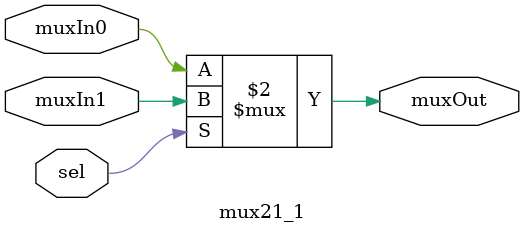
<source format=v>
/* 
   Header section 
   Generated by HDLGen, Github https://github.com/abishek-bupathi/HDLGen
   Reference: https://tinyurl.com/VerilogTips 
   
   Component Name : mux21_1
   Title          : 2-to-1 mux, 1-bit data
*/

/*
   Description
   sel is datapath control signal
   muxOut = muxIn0 when sel  = 0
   muxOut = muxIn1 when sel  = 1 

   Author(s)      : Fearghal Morgan
   Company        : University of Galway
   Email          : fearghal.morgan@universityofgalway.ie
   Date           : 13/3/2023
*/

/*
   entity signal dictionary
   sel	datapath control signal
   muxIn1	datapath 1 input signal
   muxIn0	datapath 0 input signal
   muxOut	data out signal
*/

/* 
   internal signal dictionary
   None
*/

// module declaration                
module mux21_1(
		sel, 
		muxIn1,
		muxIn0,
		muxOut
	);

// Port definitions
input  sel;
input  muxIn1;
input  muxIn0;
	
output muxOut;
reg muxOut;

/* Internal signal declarations
   None
*/

// muxOut_a 
always @(sel or muxIn1 or muxIn0)
  begin : muxOut_a
    muxOut <= muxIn0; // default assignment
    if (sel) 
		begin
            muxOut <= muxIn1;  
		end
  end
    
endmodule
</source>
